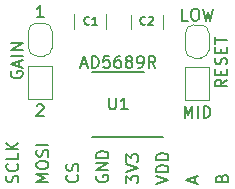
<source format=gbr>
G04 #@! TF.GenerationSoftware,KiCad,Pcbnew,(5.1.2)-2*
G04 #@! TF.CreationDate,2019-11-03T14:13:23-08:00*
G04 #@! TF.ProjectId,dac-breakout-ad5689,6461632d-6272-4656-916b-6f75742d6164,rev?*
G04 #@! TF.SameCoordinates,Original*
G04 #@! TF.FileFunction,Legend,Top*
G04 #@! TF.FilePolarity,Positive*
%FSLAX46Y46*%
G04 Gerber Fmt 4.6, Leading zero omitted, Abs format (unit mm)*
G04 Created by KiCad (PCBNEW (5.1.2)-2) date 2019-11-03 14:13:23*
%MOMM*%
%LPD*%
G04 APERTURE LIST*
%ADD10C,0.150000*%
%ADD11C,0.120000*%
G04 APERTURE END LIST*
D10*
X138528571Y-129781071D02*
X138576190Y-129638214D01*
X138623809Y-129590595D01*
X138719047Y-129542976D01*
X138861904Y-129542976D01*
X138957142Y-129590595D01*
X139004761Y-129638214D01*
X139052380Y-129733452D01*
X139052380Y-130114404D01*
X138052380Y-130114404D01*
X138052380Y-129781071D01*
X138100000Y-129685833D01*
X138147619Y-129638214D01*
X138242857Y-129590595D01*
X138338095Y-129590595D01*
X138433333Y-129638214D01*
X138480952Y-129685833D01*
X138528571Y-129781071D01*
X138528571Y-130114404D01*
X136227376Y-130162023D02*
X136227376Y-129685833D01*
X136513090Y-130257261D02*
X135513090Y-129923928D01*
X136513090Y-129590595D01*
X132973805Y-130257261D02*
X133973805Y-129923928D01*
X132973805Y-129590595D01*
X133973805Y-129257261D02*
X132973805Y-129257261D01*
X132973805Y-129019166D01*
X133021425Y-128876309D01*
X133116663Y-128781071D01*
X133211901Y-128733452D01*
X133402377Y-128685833D01*
X133545234Y-128685833D01*
X133735710Y-128733452D01*
X133830948Y-128781071D01*
X133926186Y-128876309D01*
X133973805Y-129019166D01*
X133973805Y-129257261D01*
X133973805Y-128257261D02*
X132973805Y-128257261D01*
X132973805Y-128019166D01*
X133021425Y-127876309D01*
X133116663Y-127781071D01*
X133211901Y-127733452D01*
X133402377Y-127685833D01*
X133545234Y-127685833D01*
X133735710Y-127733452D01*
X133830948Y-127781071D01*
X133926186Y-127876309D01*
X133973805Y-128019166D01*
X133973805Y-128257261D01*
X130434520Y-130209642D02*
X130434520Y-129590595D01*
X130815473Y-129923928D01*
X130815473Y-129781071D01*
X130863092Y-129685833D01*
X130910711Y-129638214D01*
X131005949Y-129590595D01*
X131244044Y-129590595D01*
X131339282Y-129638214D01*
X131386901Y-129685833D01*
X131434520Y-129781071D01*
X131434520Y-130066785D01*
X131386901Y-130162023D01*
X131339282Y-130209642D01*
X130434520Y-129304880D02*
X131434520Y-128971547D01*
X130434520Y-128638214D01*
X130434520Y-128400119D02*
X130434520Y-127781071D01*
X130815473Y-128114404D01*
X130815473Y-127971547D01*
X130863092Y-127876309D01*
X130910711Y-127828690D01*
X131005949Y-127781071D01*
X131244044Y-127781071D01*
X131339282Y-127828690D01*
X131386901Y-127876309D01*
X131434520Y-127971547D01*
X131434520Y-128257261D01*
X131386901Y-128352500D01*
X131339282Y-128400119D01*
X127942855Y-129590595D02*
X127895235Y-129685833D01*
X127895235Y-129828690D01*
X127942855Y-129971547D01*
X128038093Y-130066785D01*
X128133331Y-130114404D01*
X128323807Y-130162023D01*
X128466664Y-130162023D01*
X128657140Y-130114404D01*
X128752378Y-130066785D01*
X128847616Y-129971547D01*
X128895235Y-129828690D01*
X128895235Y-129733452D01*
X128847616Y-129590595D01*
X128799997Y-129542976D01*
X128466664Y-129542976D01*
X128466664Y-129733452D01*
X128895235Y-129114404D02*
X127895235Y-129114404D01*
X128895235Y-128542976D01*
X127895235Y-128542976D01*
X128895235Y-128066785D02*
X127895235Y-128066785D01*
X127895235Y-127828690D01*
X127942855Y-127685833D01*
X128038093Y-127590595D01*
X128133331Y-127542976D01*
X128323807Y-127495357D01*
X128466664Y-127495357D01*
X128657140Y-127542976D01*
X128752378Y-127590595D01*
X128847616Y-127685833D01*
X128895235Y-127828690D01*
X128895235Y-128066785D01*
X126260712Y-129542976D02*
X126308331Y-129590595D01*
X126355950Y-129733452D01*
X126355950Y-129828690D01*
X126308331Y-129971547D01*
X126213093Y-130066785D01*
X126117855Y-130114404D01*
X125927379Y-130162023D01*
X125784522Y-130162023D01*
X125594046Y-130114404D01*
X125498808Y-130066785D01*
X125403570Y-129971547D01*
X125355950Y-129828690D01*
X125355950Y-129733452D01*
X125403570Y-129590595D01*
X125451189Y-129542976D01*
X126308331Y-129162023D02*
X126355950Y-129019166D01*
X126355950Y-128781071D01*
X126308331Y-128685833D01*
X126260712Y-128638214D01*
X126165474Y-128590595D01*
X126070236Y-128590595D01*
X125974998Y-128638214D01*
X125927379Y-128685833D01*
X125879760Y-128781071D01*
X125832141Y-128971547D01*
X125784522Y-129066785D01*
X125736903Y-129114404D01*
X125641665Y-129162023D01*
X125546427Y-129162023D01*
X125451189Y-129114404D01*
X125403570Y-129066785D01*
X125355950Y-128971547D01*
X125355950Y-128733452D01*
X125403570Y-128590595D01*
X123816665Y-130114404D02*
X122816665Y-130114404D01*
X123530951Y-129781071D01*
X122816665Y-129447738D01*
X123816665Y-129447738D01*
X122816665Y-128781071D02*
X122816665Y-128590595D01*
X122864285Y-128495357D01*
X122959523Y-128400119D01*
X123149999Y-128352500D01*
X123483332Y-128352500D01*
X123673808Y-128400119D01*
X123769046Y-128495357D01*
X123816665Y-128590595D01*
X123816665Y-128781071D01*
X123769046Y-128876309D01*
X123673808Y-128971547D01*
X123483332Y-129019166D01*
X123149999Y-129019166D01*
X122959523Y-128971547D01*
X122864285Y-128876309D01*
X122816665Y-128781071D01*
X123769046Y-127971547D02*
X123816665Y-127828690D01*
X123816665Y-127590595D01*
X123769046Y-127495357D01*
X123721427Y-127447738D01*
X123626189Y-127400119D01*
X123530951Y-127400119D01*
X123435713Y-127447738D01*
X123388094Y-127495357D01*
X123340475Y-127590595D01*
X123292856Y-127781071D01*
X123245237Y-127876309D01*
X123197618Y-127923928D01*
X123102380Y-127971547D01*
X123007142Y-127971547D01*
X122911904Y-127923928D01*
X122864285Y-127876309D01*
X122816665Y-127781071D01*
X122816665Y-127542976D01*
X122864285Y-127400119D01*
X123816665Y-126971547D02*
X122816665Y-126971547D01*
X121229761Y-130162023D02*
X121277380Y-130019166D01*
X121277380Y-129781071D01*
X121229761Y-129685833D01*
X121182142Y-129638214D01*
X121086904Y-129590595D01*
X120991666Y-129590595D01*
X120896428Y-129638214D01*
X120848809Y-129685833D01*
X120801190Y-129781071D01*
X120753571Y-129971547D01*
X120705952Y-130066785D01*
X120658333Y-130114404D01*
X120563095Y-130162023D01*
X120467857Y-130162023D01*
X120372619Y-130114404D01*
X120325000Y-130066785D01*
X120277380Y-129971547D01*
X120277380Y-129733452D01*
X120325000Y-129590595D01*
X121182142Y-128590595D02*
X121229761Y-128638214D01*
X121277380Y-128781071D01*
X121277380Y-128876309D01*
X121229761Y-129019166D01*
X121134523Y-129114404D01*
X121039285Y-129162023D01*
X120848809Y-129209642D01*
X120705952Y-129209642D01*
X120515476Y-129162023D01*
X120420238Y-129114404D01*
X120325000Y-129019166D01*
X120277380Y-128876309D01*
X120277380Y-128781071D01*
X120325000Y-128638214D01*
X120372619Y-128590595D01*
X121277380Y-127685833D02*
X121277380Y-128162023D01*
X120277380Y-128162023D01*
X121277380Y-127352500D02*
X120277380Y-127352500D01*
X121277380Y-126781071D02*
X120705952Y-127209642D01*
X120277380Y-126781071D02*
X120848809Y-127352500D01*
X126607142Y-120166666D02*
X127083333Y-120166666D01*
X126511904Y-120452380D02*
X126845238Y-119452380D01*
X127178571Y-120452380D01*
X127511904Y-120452380D02*
X127511904Y-119452380D01*
X127750000Y-119452380D01*
X127892857Y-119500000D01*
X127988095Y-119595238D01*
X128035714Y-119690476D01*
X128083333Y-119880952D01*
X128083333Y-120023809D01*
X128035714Y-120214285D01*
X127988095Y-120309523D01*
X127892857Y-120404761D01*
X127750000Y-120452380D01*
X127511904Y-120452380D01*
X128988095Y-119452380D02*
X128511904Y-119452380D01*
X128464285Y-119928571D01*
X128511904Y-119880952D01*
X128607142Y-119833333D01*
X128845238Y-119833333D01*
X128940476Y-119880952D01*
X128988095Y-119928571D01*
X129035714Y-120023809D01*
X129035714Y-120261904D01*
X128988095Y-120357142D01*
X128940476Y-120404761D01*
X128845238Y-120452380D01*
X128607142Y-120452380D01*
X128511904Y-120404761D01*
X128464285Y-120357142D01*
X129892857Y-119452380D02*
X129702380Y-119452380D01*
X129607142Y-119500000D01*
X129559523Y-119547619D01*
X129464285Y-119690476D01*
X129416666Y-119880952D01*
X129416666Y-120261904D01*
X129464285Y-120357142D01*
X129511904Y-120404761D01*
X129607142Y-120452380D01*
X129797619Y-120452380D01*
X129892857Y-120404761D01*
X129940476Y-120357142D01*
X129988095Y-120261904D01*
X129988095Y-120023809D01*
X129940476Y-119928571D01*
X129892857Y-119880952D01*
X129797619Y-119833333D01*
X129607142Y-119833333D01*
X129511904Y-119880952D01*
X129464285Y-119928571D01*
X129416666Y-120023809D01*
X130559523Y-119880952D02*
X130464285Y-119833333D01*
X130416666Y-119785714D01*
X130369047Y-119690476D01*
X130369047Y-119642857D01*
X130416666Y-119547619D01*
X130464285Y-119500000D01*
X130559523Y-119452380D01*
X130750000Y-119452380D01*
X130845238Y-119500000D01*
X130892857Y-119547619D01*
X130940476Y-119642857D01*
X130940476Y-119690476D01*
X130892857Y-119785714D01*
X130845238Y-119833333D01*
X130750000Y-119880952D01*
X130559523Y-119880952D01*
X130464285Y-119928571D01*
X130416666Y-119976190D01*
X130369047Y-120071428D01*
X130369047Y-120261904D01*
X130416666Y-120357142D01*
X130464285Y-120404761D01*
X130559523Y-120452380D01*
X130750000Y-120452380D01*
X130845238Y-120404761D01*
X130892857Y-120357142D01*
X130940476Y-120261904D01*
X130940476Y-120071428D01*
X130892857Y-119976190D01*
X130845238Y-119928571D01*
X130750000Y-119880952D01*
X131416666Y-120452380D02*
X131607142Y-120452380D01*
X131702380Y-120404761D01*
X131750000Y-120357142D01*
X131845238Y-120214285D01*
X131892857Y-120023809D01*
X131892857Y-119642857D01*
X131845238Y-119547619D01*
X131797619Y-119500000D01*
X131702380Y-119452380D01*
X131511904Y-119452380D01*
X131416666Y-119500000D01*
X131369047Y-119547619D01*
X131321428Y-119642857D01*
X131321428Y-119880952D01*
X131369047Y-119976190D01*
X131416666Y-120023809D01*
X131511904Y-120071428D01*
X131702380Y-120071428D01*
X131797619Y-120023809D01*
X131845238Y-119976190D01*
X131892857Y-119880952D01*
X132892857Y-120452380D02*
X132559523Y-119976190D01*
X132321428Y-120452380D02*
X132321428Y-119452380D01*
X132702380Y-119452380D01*
X132797619Y-119500000D01*
X132845238Y-119547619D01*
X132892857Y-119642857D01*
X132892857Y-119785714D01*
X132845238Y-119880952D01*
X132797619Y-119928571D01*
X132702380Y-119976190D01*
X132321428Y-119976190D01*
X122848084Y-123647619D02*
X122895703Y-123600000D01*
X122990941Y-123552380D01*
X123229037Y-123552380D01*
X123324275Y-123600000D01*
X123371894Y-123647619D01*
X123419513Y-123742857D01*
X123419513Y-123838095D01*
X123371894Y-123980952D01*
X122800465Y-124552380D01*
X123419513Y-124552380D01*
X123419513Y-116152380D02*
X122848084Y-116152380D01*
X123133799Y-116152380D02*
X123133799Y-115152380D01*
X123038560Y-115295238D01*
X122943322Y-115390476D01*
X122848084Y-115438095D01*
X120684000Y-120765571D02*
X120636380Y-120860809D01*
X120636380Y-121003666D01*
X120684000Y-121146523D01*
X120779238Y-121241761D01*
X120874476Y-121289380D01*
X121064952Y-121337000D01*
X121207809Y-121337000D01*
X121398285Y-121289380D01*
X121493523Y-121241761D01*
X121588761Y-121146523D01*
X121636380Y-121003666D01*
X121636380Y-120908428D01*
X121588761Y-120765571D01*
X121541142Y-120717952D01*
X121207809Y-120717952D01*
X121207809Y-120908428D01*
X121350666Y-120337000D02*
X121350666Y-119860809D01*
X121636380Y-120432238D02*
X120636380Y-120098904D01*
X121636380Y-119765571D01*
X121636380Y-119432238D02*
X120636380Y-119432238D01*
X121636380Y-118956047D02*
X120636380Y-118956047D01*
X121636380Y-118384619D01*
X120636380Y-118384619D01*
X135638285Y-116452380D02*
X135162095Y-116452380D01*
X135162095Y-115452380D01*
X136162095Y-115452380D02*
X136352571Y-115452380D01*
X136447809Y-115500000D01*
X136543047Y-115595238D01*
X136590666Y-115785714D01*
X136590666Y-116119047D01*
X136543047Y-116309523D01*
X136447809Y-116404761D01*
X136352571Y-116452380D01*
X136162095Y-116452380D01*
X136066857Y-116404761D01*
X135971619Y-116309523D01*
X135924000Y-116119047D01*
X135924000Y-115785714D01*
X135971619Y-115595238D01*
X136066857Y-115500000D01*
X136162095Y-115452380D01*
X136924000Y-115452380D02*
X137162095Y-116452380D01*
X137352571Y-115738095D01*
X137543047Y-116452380D01*
X137781142Y-115452380D01*
X135352571Y-124702380D02*
X135352571Y-123702380D01*
X135685904Y-124416666D01*
X136019238Y-123702380D01*
X136019238Y-124702380D01*
X136495428Y-124702380D02*
X136495428Y-123702380D01*
X136971619Y-124702380D02*
X136971619Y-123702380D01*
X137209714Y-123702380D01*
X137352571Y-123750000D01*
X137447809Y-123845238D01*
X137495428Y-123940476D01*
X137543047Y-124130952D01*
X137543047Y-124273809D01*
X137495428Y-124464285D01*
X137447809Y-124559523D01*
X137352571Y-124654761D01*
X137209714Y-124702380D01*
X136971619Y-124702380D01*
X138952380Y-121452380D02*
X138476190Y-121785714D01*
X138952380Y-122023809D02*
X137952380Y-122023809D01*
X137952380Y-121642857D01*
X138000000Y-121547619D01*
X138047619Y-121500000D01*
X138142857Y-121452380D01*
X138285714Y-121452380D01*
X138380952Y-121500000D01*
X138428571Y-121547619D01*
X138476190Y-121642857D01*
X138476190Y-122023809D01*
X138428571Y-121023809D02*
X138428571Y-120690476D01*
X138952380Y-120547619D02*
X138952380Y-121023809D01*
X137952380Y-121023809D01*
X137952380Y-120547619D01*
X138904761Y-120166666D02*
X138952380Y-120023809D01*
X138952380Y-119785714D01*
X138904761Y-119690476D01*
X138857142Y-119642857D01*
X138761904Y-119595238D01*
X138666666Y-119595238D01*
X138571428Y-119642857D01*
X138523809Y-119690476D01*
X138476190Y-119785714D01*
X138428571Y-119976190D01*
X138380952Y-120071428D01*
X138333333Y-120119047D01*
X138238095Y-120166666D01*
X138142857Y-120166666D01*
X138047619Y-120119047D01*
X138000000Y-120071428D01*
X137952380Y-119976190D01*
X137952380Y-119738095D01*
X138000000Y-119595238D01*
X138428571Y-119166666D02*
X138428571Y-118833333D01*
X138952380Y-118690476D02*
X138952380Y-119166666D01*
X137952380Y-119166666D01*
X137952380Y-118690476D01*
X137952380Y-118404761D02*
X137952380Y-117833333D01*
X138952380Y-118119047D02*
X137952380Y-118119047D01*
D11*
X126021600Y-117137064D02*
X126021600Y-115932936D01*
X128741600Y-117137064D02*
X128741600Y-115932936D01*
X133516800Y-117151364D02*
X133516800Y-115947236D01*
X130796800Y-117151364D02*
X130796800Y-115947236D01*
X124133799Y-120264401D02*
X124133799Y-123064401D01*
X124133799Y-123064401D02*
X122133799Y-123064401D01*
X122133799Y-123064401D02*
X122133799Y-120264401D01*
X122133799Y-120264401D02*
X124133799Y-120264401D01*
X137424000Y-120418200D02*
X137424000Y-123218200D01*
X137424000Y-123218200D02*
X135424000Y-123218200D01*
X135424000Y-123218200D02*
X135424000Y-120418200D01*
X135424000Y-120418200D02*
X137424000Y-120418200D01*
D10*
X131918400Y-120820400D02*
X127518400Y-120820400D01*
X133493400Y-126345400D02*
X127518400Y-126345400D01*
D11*
X122133799Y-118759000D02*
X122133799Y-117359000D01*
X122833799Y-116659000D02*
X123433799Y-116659000D01*
X124133799Y-117359000D02*
X124133799Y-118759000D01*
X123433799Y-119459000D02*
X122833799Y-119459000D01*
X122833799Y-119459000D02*
G75*
G02X122133799Y-118759000I0J700000D01*
G01*
X124133799Y-118759000D02*
G75*
G02X123433799Y-119459000I-700000J0D01*
G01*
X123433799Y-116659000D02*
G75*
G02X124133799Y-117359000I0J-700000D01*
G01*
X122133799Y-117359000D02*
G75*
G02X122833799Y-116659000I700000J0D01*
G01*
X135424000Y-117511400D02*
G75*
G02X136124000Y-116811400I700000J0D01*
G01*
X136724000Y-116811400D02*
G75*
G02X137424000Y-117511400I0J-700000D01*
G01*
X137424000Y-118911400D02*
G75*
G02X136724000Y-119611400I-700000J0D01*
G01*
X136124000Y-119611400D02*
G75*
G02X135424000Y-118911400I0J700000D01*
G01*
X136724000Y-119611400D02*
X136124000Y-119611400D01*
X137424000Y-117511400D02*
X137424000Y-118911400D01*
X136124000Y-116811400D02*
X136724000Y-116811400D01*
X135424000Y-118911400D02*
X135424000Y-117511400D01*
D10*
X127290333Y-116750000D02*
X127257000Y-116783333D01*
X127157000Y-116816666D01*
X127090333Y-116816666D01*
X126990333Y-116783333D01*
X126923666Y-116716666D01*
X126890333Y-116650000D01*
X126857000Y-116516666D01*
X126857000Y-116416666D01*
X126890333Y-116283333D01*
X126923666Y-116216666D01*
X126990333Y-116150000D01*
X127090333Y-116116666D01*
X127157000Y-116116666D01*
X127257000Y-116150000D01*
X127290333Y-116183333D01*
X127957000Y-116816666D02*
X127557000Y-116816666D01*
X127757000Y-116816666D02*
X127757000Y-116116666D01*
X127690333Y-116216666D01*
X127623666Y-116283333D01*
X127557000Y-116316666D01*
X132040133Y-116750000D02*
X132006800Y-116783333D01*
X131906800Y-116816666D01*
X131840133Y-116816666D01*
X131740133Y-116783333D01*
X131673466Y-116716666D01*
X131640133Y-116650000D01*
X131606800Y-116516666D01*
X131606800Y-116416666D01*
X131640133Y-116283333D01*
X131673466Y-116216666D01*
X131740133Y-116150000D01*
X131840133Y-116116666D01*
X131906800Y-116116666D01*
X132006800Y-116150000D01*
X132040133Y-116183333D01*
X132306800Y-116183333D02*
X132340133Y-116150000D01*
X132406800Y-116116666D01*
X132573466Y-116116666D01*
X132640133Y-116150000D01*
X132673466Y-116183333D01*
X132706800Y-116250000D01*
X132706800Y-116316666D01*
X132673466Y-116416666D01*
X132273466Y-116816666D01*
X132706800Y-116816666D01*
X128956495Y-122972380D02*
X128956495Y-123781904D01*
X129004114Y-123877142D01*
X129051733Y-123924761D01*
X129146971Y-123972380D01*
X129337447Y-123972380D01*
X129432685Y-123924761D01*
X129480304Y-123877142D01*
X129527923Y-123781904D01*
X129527923Y-122972380D01*
X130527923Y-123972380D02*
X129956495Y-123972380D01*
X130242209Y-123972380D02*
X130242209Y-122972380D01*
X130146971Y-123115238D01*
X130051733Y-123210476D01*
X129956495Y-123258095D01*
M02*

</source>
